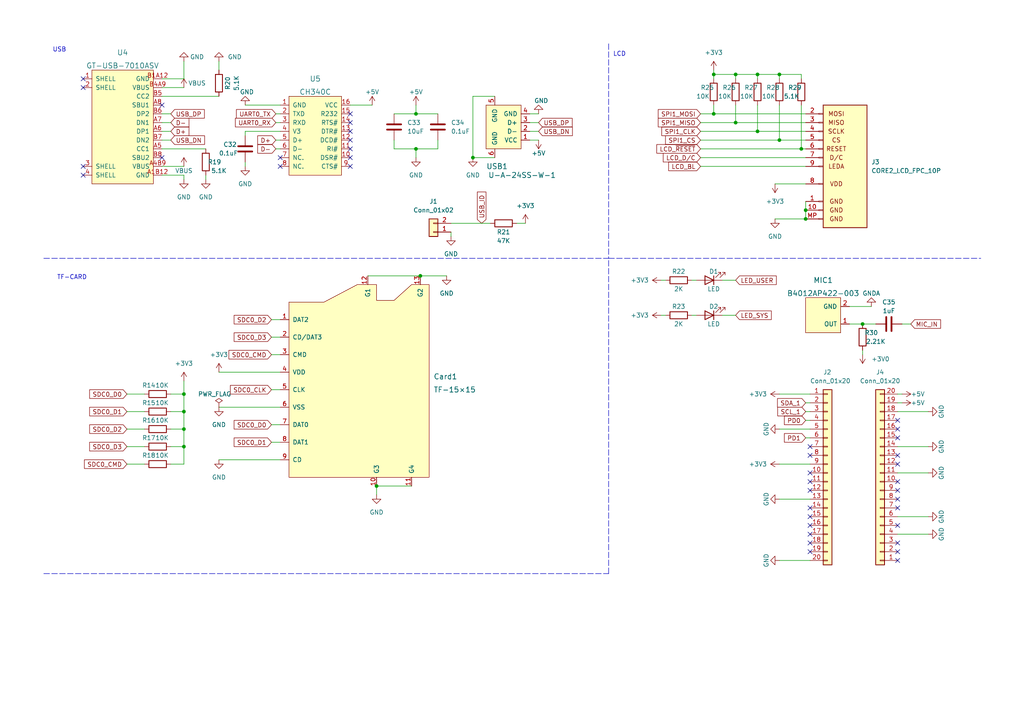
<source format=kicad_sch>
(kicad_sch (version 20211123) (generator eeschema)
  (paper "A4")
  (lib_symbols
    (symbol "Connector_Generic:Conn_01x02" (pin_names (offset 1.016) hide)
      (property "Reference" "J" (at 0 2.54 0))
      (property "Value" "Conn_01x02" (at 0 -5.08 0))
      (symbol "Conn_01x02_1_1"
        (rectangle (start -1.27 -2.413) (end 0 -2.667) (stroke (width 0.1524)))
        (rectangle (start -1.27 0.127) (end 0 -0.127) (stroke (width 0.1524)))
        (rectangle (start -1.27 1.27) (end 1.27 -3.81) (stroke (width 0.254)) (fill (type background)))
        (pin passive line (at -5.08 0 0) (length 3.81) (name "Pin_1") (number "1"))
        (pin passive line (at -5.08 -2.54 0) (length 3.81) (name "Pin_2") (number "2"))
      )
    )
    (symbol "Connector_Generic:Conn_01x20" (pin_names (offset 1.016) hide)
      (property "Reference" "J" (at 0 25.4 0))
      (property "Value" "Conn_01x20" (at 0 -27.94 0))
      (symbol "Conn_01x20_1_1"
        (rectangle (start -1.27 -25.273) (end 0 -25.527) (stroke (width 0.1524)))
        (rectangle (start -1.27 -22.733) (end 0 -22.987) (stroke (width 0.1524)))
        (rectangle (start -1.27 -20.193) (end 0 -20.447) (stroke (width 0.1524)))
        (rectangle (start -1.27 -17.653) (end 0 -17.907) (stroke (width 0.1524)))
        (rectangle (start -1.27 -15.113) (end 0 -15.367) (stroke (width 0.1524)))
        (rectangle (start -1.27 -12.573) (end 0 -12.827) (stroke (width 0.1524)))
        (rectangle (start -1.27 -10.033) (end 0 -10.287) (stroke (width 0.1524)))
        (rectangle (start -1.27 -7.493) (end 0 -7.747) (stroke (width 0.1524)))
        (rectangle (start -1.27 -4.953) (end 0 -5.207) (stroke (width 0.1524)))
        (rectangle (start -1.27 -2.413) (end 0 -2.667) (stroke (width 0.1524)))
        (rectangle (start -1.27 0.127) (end 0 -0.127) (stroke (width 0.1524)))
        (rectangle (start -1.27 2.667) (end 0 2.413) (stroke (width 0.1524)))
        (rectangle (start -1.27 5.207) (end 0 4.953) (stroke (width 0.1524)))
        (rectangle (start -1.27 7.747) (end 0 7.493) (stroke (width 0.1524)))
        (rectangle (start -1.27 10.287) (end 0 10.033) (stroke (width 0.1524)))
        (rectangle (start -1.27 12.827) (end 0 12.573) (stroke (width 0.1524)))
        (rectangle (start -1.27 15.367) (end 0 15.113) (stroke (width 0.1524)))
        (rectangle (start -1.27 17.907) (end 0 17.653) (stroke (width 0.1524)))
        (rectangle (start -1.27 20.447) (end 0 20.193) (stroke (width 0.1524)))
        (rectangle (start -1.27 22.987) (end 0 22.733) (stroke (width 0.1524)))
        (rectangle (start -1.27 24.13) (end 1.27 -26.67) (stroke (width 0.254)) (fill (type background)))
        (pin passive line (at -5.08 22.86 0) (length 3.81) (name "Pin_1") (number "1"))
        (pin passive line (at -5.08 0 0) (length 3.81) (name "Pin_10") (number "10"))
        (pin passive line (at -5.08 -2.54 0) (length 3.81) (name "Pin_11") (number "11"))
        (pin passive line (at -5.08 -5.08 0) (length 3.81) (name "Pin_12") (number "12"))
        (pin passive line (at -5.08 -7.62 0) (length 3.81) (name "Pin_13") (number "13"))
        (pin passive line (at -5.08 -10.16 0) (length 3.81) (name "Pin_14") (number "14"))
        (pin passive line (at -5.08 -12.7 0) (length 3.81) (name "Pin_15") (number "15"))
        (pin passive line (at -5.08 -15.24 0) (length 3.81) (name "Pin_16") (number "16"))
        (pin passive line (at -5.08 -17.78 0) (length 3.81) (name "Pin_17") (number "17"))
        (pin passive line (at -5.08 -20.32 0) (length 3.81) (name "Pin_18") (number "18"))
        (pin passive line (at -5.08 -22.86 0) (length 3.81) (name "Pin_19") (number "19"))
        (pin passive line (at -5.08 20.32 0) (length 3.81) (name "Pin_2") (number "2"))
        (pin passive line (at -5.08 -25.4 0) (length 3.81) (name "Pin_20") (number "20"))
        (pin passive line (at -5.08 17.78 0) (length 3.81) (name "Pin_3") (number "3"))
        (pin passive line (at -5.08 15.24 0) (length 3.81) (name "Pin_4") (number "4"))
        (pin passive line (at -5.08 12.7 0) (length 3.81) (name "Pin_5") (number "5"))
        (pin passive line (at -5.08 10.16 0) (length 3.81) (name "Pin_6") (number "6"))
        (pin passive line (at -5.08 7.62 0) (length 3.81) (name "Pin_7") (number "7"))
        (pin passive line (at -5.08 5.08 0) (length 3.81) (name "Pin_8") (number "8"))
        (pin passive line (at -5.08 2.54 0) (length 3.81) (name "Pin_9") (number "9"))
      )
    )
    (symbol "Device:C" (pin_numbers hide) (pin_names (offset 0.254))
      (property "Reference" "C" (at 0.635 2.54 0))
      (property "Value" "C" (at 0.635 -2.54 0))
      (symbol "C_0_1"
        (polyline (pts (xy -2.032 -0.762) (xy 2.032 -0.762)) (stroke (width 0.508)))
        (polyline (pts (xy -2.032 0.762) (xy 2.032 0.762)) (stroke (width 0.508)))
      )
      (symbol "C_1_1"
        (pin passive line (at 0 3.81 270) (length 2.794) (name "~") (number "1"))
        (pin passive line (at 0 -3.81 90) (length 2.794) (name "~") (number "2"))
      )
    )
    (symbol "Device:LED" (pin_numbers hide) (pin_names (offset 1.016) hide)
      (property "Reference" "D" (at 0 2.54 0))
      (property "Value" "LED" (at 0 -2.54 0))
      (symbol "LED_0_1"
        (polyline (pts (xy -1.27 -1.27) (xy -1.27 1.27)) (stroke (width 0.254)))
        (polyline (pts (xy -1.27 0) (xy 1.27 0)))
        (polyline (pts (xy 1.27 -1.27) (xy 1.27 1.27) (xy -1.27 0) (xy 1.27 -1.27)) (stroke (width 0.254)))
        (polyline (pts (xy -3.048 -0.762) (xy -4.572 -2.286) (xy -3.81 -2.286) (xy -4.572 -2.286) (xy -4.572 -1.524)))
        (polyline (pts (xy -1.778 -0.762) (xy -3.302 -2.286) (xy -2.54 -2.286) (xy -3.302 -2.286) (xy -3.302 -1.524)))
      )
      (symbol "LED_1_1"
        (pin passive line (at -3.81 0 0) (length 2.54) (name "K") (number "1"))
        (pin passive line (at 3.81 0 180) (length 2.54) (name "A") (number "2"))
      )
    )
    (symbol "Device:R" (pin_numbers hide) (pin_names (offset 0))
      (property "Reference" "R" (at 2.032 0 90))
      (property "Value" "R" (at 0 0 90))
      (symbol "R_0_1"
        (rectangle (start -1.016 -2.54) (end 1.016 2.54) (stroke (width 0.254)))
      )
      (symbol "R_1_1"
        (pin passive line (at 0 3.81 270) (length 1.27) (name "~") (number "1"))
        (pin passive line (at 0 -3.81 90) (length 1.27) (name "~") (number "2"))
      )
    )
    (symbol "easyeda2kicad:B4012AP422-003" (pin_names (offset 1.016))
      (property "Reference" "MIC?" (at 0 0 0))
      (property "Value" "B4012AP422-003" (at 0 -10.16 0))
      (symbol "B4012AP422-003_1_1"
        (rectangle (start -5.08 7.62) (end 5.08 -2.54) (fill (type background)))
        (pin unspecified line (at -2.54 -5.08 90) (length 2.54) (name "OUT") (number "1"))
        (pin unspecified line (at 2.54 -5.08 90) (length 2.54) (name "GND") (number "2"))
      )
    )
    (symbol "easyeda2kicad:CH340C" (pin_names (offset 1.016))
      (property "Reference" "U?" (at 0 13.97 0))
      (property "Value" "CH340C" (at 0 -13.97 0))
      (symbol "CH340C_1_1"
        (rectangle (start -7.62 11.43) (end 7.62 -11.43) (fill (type background)))
        (pin unspecified line (at -10.16 8.89 0) (length 2.54) (name "GND") (number "1"))
        (pin unspecified line (at 10.16 -6.35 180) (length 2.54) (name "DSR#") (number "10"))
        (pin unspecified line (at 10.16 -3.81 180) (length 2.54) (name "RI#") (number "11"))
        (pin unspecified line (at 10.16 -1.27 180) (length 2.54) (name "DCD#") (number "12"))
        (pin unspecified line (at 10.16 1.27 180) (length 2.54) (name "DTR#") (number "13"))
        (pin unspecified line (at 10.16 3.81 180) (length 2.54) (name "RTS#") (number "14"))
        (pin unspecified line (at 10.16 6.35 180) (length 2.54) (name "R232") (number "15"))
        (pin unspecified line (at 10.16 8.89 180) (length 2.54) (name "VCC") (number "16"))
        (pin unspecified line (at -10.16 6.35 0) (length 2.54) (name "TXD") (number "2"))
        (pin unspecified line (at -10.16 3.81 0) (length 2.54) (name "RXD") (number "3"))
        (pin unspecified line (at -10.16 1.27 0) (length 2.54) (name "V3") (number "4"))
        (pin unspecified line (at -10.16 -1.27 0) (length 2.54) (name "D+") (number "5"))
        (pin unspecified line (at -10.16 -3.81 0) (length 2.54) (name "D-") (number "6"))
        (pin unspecified line (at -10.16 -6.35 0) (length 2.54) (name "NC.") (number "7"))
        (pin unspecified line (at -10.16 -8.89 0) (length 2.54) (name "NC.") (number "8"))
        (pin unspecified line (at 10.16 -8.89 180) (length 2.54) (name "CTS#") (number "9"))
      )
    )
    (symbol "easyeda2kicad:GT-USB-7010ASV" (pin_names (offset 1.016))
      (property "Reference" "U?" (at 0 20.32 0))
      (property "Value" "GT-USB-7010ASV" (at 0 -17.78 0))
      (symbol "GT-USB-7010ASV_1_1"
        (rectangle (start -10.16 17.78) (end 7.62 -15.24) (fill (type background)))
        (pin unspecified line (at 10.16 -12.7 180) (length 2.54) (name "SHELL") (number "1"))
        (pin unspecified line (at 10.16 -10.16 180) (length 2.54) (name "SHELL") (number "2"))
        (pin unspecified line (at 10.16 12.7 180) (length 2.54) (name "SHELL") (number "3"))
        (pin unspecified line (at 10.16 15.24 180) (length 2.54) (name "SHELL") (number "4"))
        (pin unspecified line (at -12.7 15.24 0) (length 2.54) (name "GND") (number "A1B12"))
        (pin unspecified line (at -12.7 12.7 0) (length 2.54) (name "VBUS") (number "A4B9"))
        (pin unspecified line (at -12.7 7.62 0) (length 2.54) (name "CC1") (number "A5"))
        (pin unspecified line (at -12.7 2.54 0) (length 2.54) (name "DP1") (number "A6"))
        (pin unspecified line (at -12.7 0 0) (length 2.54) (name "DN1") (number "A7"))
        (pin unspecified line (at -12.7 -5.08 0) (length 2.54) (name "SBU1") (number "A8"))
        (pin unspecified line (at -12.7 -12.7 0) (length 2.54) (name "GND") (number "B1A12"))
        (pin unspecified line (at -12.7 -10.16 0) (length 2.54) (name "VBUS") (number "B4A9"))
        (pin unspecified line (at -12.7 -7.62 0) (length 2.54) (name "CC2") (number "B5"))
        (pin unspecified line (at -12.7 -2.54 0) (length 2.54) (name "DP2") (number "B6"))
        (pin unspecified line (at -12.7 5.08 0) (length 2.54) (name "DN2") (number "B7"))
        (pin unspecified line (at -12.7 10.16 0) (length 2.54) (name "SBU2") (number "B8"))
      )
    )
    (symbol "easyeda2kicad:TF-15×15" (pin_names (offset 1.016))
      (property "Reference" "Card?" (at 0 35.56 0))
      (property "Value" "TF-15×15" (at 0 -35.56 0))
      (symbol "TF-15×15_1_1"
        (polyline (pts (xy -16.51 22.86) (xy -6.35 22.86) (xy 3.302 27.94) (xy 8.89 27.94) (xy 8.89 23.368) (xy 13.97 23.368) (xy 19.05 27.94) (xy 24.13 27.94) (xy 24.13 -27.94) (xy -16.51 -27.94) (xy -16.51 22.86)) (fill (type background)))
        (pin input line (at -19.05 17.78 0) (length 2.54) (name "DAT2") (number "1"))
        (pin input line (at 8.89 -30.48 90) (length 2.54) (name "G3") (number "10"))
        (pin input line (at 19.05 -30.48 90) (length 2.54) (name "G4") (number "11"))
        (pin input line (at 6.35 30.48 270) (length 2.54) (name "G1") (number "12"))
        (pin input line (at 21.59 30.48 270) (length 2.54) (name "G2") (number "13"))
        (pin input line (at -19.05 12.7 0) (length 2.54) (name "CD/DAT3") (number "2"))
        (pin input line (at -19.05 7.62 0) (length 2.54) (name "CMD") (number "3"))
        (pin input line (at -19.05 2.54 0) (length 2.54) (name "VDD") (number "4"))
        (pin input line (at -19.05 -2.54 0) (length 2.54) (name "CLK") (number "5"))
        (pin input line (at -19.05 -7.62 0) (length 2.54) (name "VSS") (number "6"))
        (pin input line (at -19.05 -12.7 0) (length 2.54) (name "DAT0") (number "7"))
        (pin input line (at -19.05 -17.78 0) (length 2.54) (name "DAT1") (number "8"))
        (pin input line (at -19.05 -22.86 0) (length 2.54) (name "CD") (number "9"))
      )
    )
    (symbol "easyeda2kicad:U-A-24SS-W-1" (pin_names (offset 1.016))
      (property "Reference" "USB?" (at 0 15.24 0))
      (property "Value" "U-A-24SS-W-1" (at 0 -12.7 0))
      (symbol "U-A-24SS-W-1_1_1"
        (rectangle (start -7.62 7.62) (end 2.54 -5.08) (fill (type background)))
        (pin unspecified line (at 5.08 -2.54 180) (length 2.54) (name "VCC") (number "1"))
        (pin unspecified line (at 5.08 0 180) (length 2.54) (name "D-") (number "2"))
        (pin unspecified line (at 5.08 2.54 180) (length 2.54) (name "D+") (number "3"))
        (pin unspecified line (at 5.08 5.08 180) (length 2.54) (name "GND") (number "4"))
        (pin unspecified line (at -5.08 10.16 270) (length 2.54) (name "GND") (number "5"))
        (pin unspecified line (at -5.08 -7.62 90) (length 2.54) (name "GND") (number "6"))
      )
    )
    (symbol "my_lib:CORE2_LCD_FPC_10P" (pin_names (offset 1.016) hide)
      (property "Reference" "J4" (at 7.874 0.6351 0))
      (property "Value" "CORE2_LCD_FPC_10P" (at -6.35 -22.7329 0))
      (symbol "CORE2_LCD_FPC_10P_0_0"
        (text "CS" (at -2.54 7.62 0) (effects (font (size 1.27 1.27))))
        (text "D/C" (at -2.54 2.54 0) (effects (font (size 1.27 1.27))))
        (text "GND" (at -2.54 -15.24 0) (effects (font (size 1.27 1.27))))
        (text "GND" (at -2.54 -12.7 0) (effects (font (size 1.27 1.27))))
        (text "GND" (at -2.54 -10.16 0) (effects (font (size 1.27 1.27))))
        (text "LEDA" (at -2.54 0 0) (effects (font (size 1.27 1.27))))
        (text "MISO" (at -2.54 12.7 0) (effects (font (size 1.27 1.27))))
        (text "MOSI" (at -2.54 15.24 0) (effects (font (size 1.27 1.27))))
        (text "RESET" (at -2.54 5.08 0) (effects (font (size 1.27 1.27))))
        (text "SCLK" (at -2.54 10.16 0) (effects (font (size 1.27 1.27))))
        (text "VDD" (at -2.54 -5.08 0) (effects (font (size 1.27 1.27))))
      )
      (symbol "CORE2_LCD_FPC_10P_1_1"
        (rectangle (start -7.62 -15.113) (end -6.35 -15.367) (stroke (width 0.1524)))
        (rectangle (start -7.62 -12.573) (end -6.35 -12.827) (stroke (width 0.1524)))
        (rectangle (start -7.62 -10.033) (end -6.35 -10.287) (stroke (width 0.1524)))
        (rectangle (start -7.62 -4.953) (end -6.35 -5.207) (stroke (width 0.1524)))
        (rectangle (start -7.62 0.127) (end -6.35 -0.127) (stroke (width 0.1524)))
        (rectangle (start -7.62 2.667) (end -6.35 2.413) (stroke (width 0.1524)))
        (rectangle (start -7.62 5.207) (end -6.35 4.953) (stroke (width 0.1524)))
        (rectangle (start -7.62 7.747) (end -6.35 7.493) (stroke (width 0.1524)))
        (rectangle (start -7.62 10.287) (end -6.35 10.033) (stroke (width 0.1524)))
        (rectangle (start -7.62 12.827) (end -6.35 12.573) (stroke (width 0.1524)))
        (rectangle (start -7.62 15.367) (end -6.35 15.113) (stroke (width 0.1524)))
        (rectangle (start -6.35 17.78) (end 6.35 -17.78) (stroke (width 0.254)) (fill (type background)))
        (pin passive line (at -11.43 -10.16 0) (length 3.81) (name "Pin_1") (number "1"))
        (pin passive line (at -11.43 -12.7 0) (length 3.81) (name "Pin_10") (number "10"))
        (pin passive line (at -11.43 15.24 0) (length 3.81) (name "Pin_2") (number "2"))
        (pin passive line (at -11.43 12.7 0) (length 3.81) (name "Pin_3") (number "3"))
        (pin passive line (at -11.43 10.16 0) (length 3.81) (name "Pin_4") (number "4"))
        (pin passive line (at -11.43 7.62 0) (length 3.81) (name "Pin_5") (number "5"))
        (pin passive line (at -11.43 5.08 0) (length 3.81) (name "Pin_6") (number "6"))
        (pin passive line (at -11.43 2.54 0) (length 3.81) (name "Pin_7") (number "7"))
        (pin passive line (at -11.43 -5.08 0) (length 3.81) (name "Pin_8") (number "8"))
        (pin passive line (at -11.43 0 0) (length 3.81) (name "Pin_9") (number "9"))
        (pin passive line (at -11.43 -15.24 0) (length 3.81) (name "Pin_10") (number "MP"))
      )
    )
    (symbol "power:+3.3V" (power) (pin_names (offset 0))
      (property "Value" "+3.3V" (at 0 3.556 0))
      (symbol "+3.3V_0_1"
        (polyline (pts (xy -0.762 1.27) (xy 0 2.54)))
        (polyline (pts (xy 0 0) (xy 0 2.54)))
        (polyline (pts (xy 0 2.54) (xy 0.762 1.27)))
      )
      (symbol "+3.3V_1_1"
        (pin power_in line (at 0 0 90) (length 0) hide (name "+3V3") (number "1"))
      )
    )
    (symbol "power:+3V0" (power) (pin_names (offset 0))
      (property "Value" "+3V0" (at 0 3.556 0))
      (symbol "+3V0_0_1"
        (polyline (pts (xy -0.762 1.27) (xy 0 2.54)))
        (polyline (pts (xy 0 0) (xy 0 2.54)))
        (polyline (pts (xy 0 2.54) (xy 0.762 1.27)))
      )
      (symbol "+3V0_1_1"
        (pin power_in line (at 0 0 90) (length 0) hide (name "+3V0") (number "1"))
      )
    )
    (symbol "power:+3V3" (power) (pin_names (offset 0))
      (property "Value" "+3V3" (at 0 3.556 0))
      (symbol "+3V3_0_1"
        (polyline (pts (xy -0.762 1.27) (xy 0 2.54)))
        (polyline (pts (xy 0 0) (xy 0 2.54)))
        (polyline (pts (xy 0 2.54) (xy 0.762 1.27)))
      )
      (symbol "+3V3_1_1"
        (pin power_in line (at 0 0 90) (length 0) hide (name "+3V3") (number "1"))
      )
    )
    (symbol "power:+5V" (power) (pin_names (offset 0))
      (property "Value" "+5V" (at 0 3.556 0))
      (symbol "+5V_0_1"
        (polyline (pts (xy -0.762 1.27) (xy 0 2.54)))
        (polyline (pts (xy 0 0) (xy 0 2.54)))
        (polyline (pts (xy 0 2.54) (xy 0.762 1.27)))
      )
      (symbol "+5V_1_1"
        (pin power_in line (at 0 0 90) (length 0) hide (name "+5V") (number "1"))
      )
    )
    (symbol "power:GND" (power) (pin_names (offset 0))
      (property "Value" "GND" (at 0 -3.81 0))
      (symbol "GND_0_1"
        (polyline (pts (xy 0 0) (xy 0 -1.27) (xy 1.27 -1.27) (xy 0 -2.54) (xy -1.27 -1.27) (xy 0 -1.27)))
      )
      (symbol "GND_1_1"
        (pin power_in line (at 0 0 270) (length 0) hide (name "GND") (number "1"))
      )
    )
    (symbol "power:GNDA" (power) (pin_names (offset 0))
      (property "Value" "GNDA" (at 0 -3.81 0))
      (symbol "GNDA_0_1"
        (polyline (pts (xy 0 0) (xy 0 -1.27) (xy 1.27 -1.27) (xy 0 -2.54) (xy -1.27 -1.27) (xy 0 -1.27)))
      )
      (symbol "GNDA_1_1"
        (pin power_in line (at 0 0 270) (length 0) hide (name "GNDA") (number "1"))
      )
    )
    (symbol "power:PWR_FLAG" (power) (pin_numbers hide) (pin_names (offset 0) hide)
      (property "Value" "PWR_FLAG" (at 0 3.81 0))
      (symbol "PWR_FLAG_0_0"
        (pin power_out line (at 0 0 90) (length 0) (name "pwr") (number "1"))
      )
      (symbol "PWR_FLAG_0_1"
        (polyline (pts (xy 0 0) (xy 0 1.27) (xy -1.016 1.905) (xy 0 2.54) (xy 1.016 1.905) (xy 0 1.27)))
      )
    )
    (symbol "power:VBUS" (power) (pin_names (offset 0))
      (property "Value" "VBUS" (at 0 3.81 0))
      (symbol "VBUS_0_1"
        (polyline (pts (xy -0.762 1.27) (xy 0 2.54)))
        (polyline (pts (xy 0 0) (xy 0 2.54)))
        (polyline (pts (xy 0 2.54) (xy 0.762 1.27)))
      )
      (symbol "VBUS_1_1"
        (pin power_in line (at 0 0 90) (length 0) hide (name "VBUS") (number "1"))
      )
    )
  )
  (junction (at 120.65 43.18))
  (junction (at 219.71 21.59))
  (junction (at 219.71 38.1))
  (junction (at 121.92 80.01))
  (junction (at 232.41 43.18))
  (junction (at 233.68 63.5))
  (junction (at 53.34 114.3))
  (junction (at 53.34 119.38))
  (junction (at 53.34 124.46))
  (junction (at 213.36 21.59))
  (junction (at 137.16 45.72))
  (junction (at 53.34 129.54))
  (junction (at 250.19 93.98))
  (junction (at 207.01 33.02))
  (junction (at 213.36 35.56))
  (junction (at 207.01 21.59))
  (junction (at 120.65 33.02))
  (junction (at 109.22 140.97))
  (junction (at 233.68 60.96))
  (junction (at 226.06 21.59))
  (junction (at 226.06 40.64))
  (no_connect (at 260.35 124.46))
  (no_connect (at 234.95 142.24))
  (no_connect (at 234.95 139.7))
  (no_connect (at 234.95 137.16))
  (no_connect (at 260.35 142.24))
  (no_connect (at 260.35 144.78))
  (no_connect (at 260.35 147.32))
  (no_connect (at 234.95 147.32))
  (no_connect (at 46.99 45.72))
  (no_connect (at 101.6 43.18))
  (no_connect (at 101.6 40.64))
  (no_connect (at 101.6 33.02))
  (no_connect (at 101.6 45.72))
  (no_connect (at 24.13 25.4))
  (no_connect (at 81.28 45.72))
  (no_connect (at 46.99 30.48))
  (no_connect (at 24.13 22.86))
  (no_connect (at 260.35 127))
  (no_connect (at 260.35 157.48))
  (no_connect (at 260.35 152.4))
  (no_connect (at 260.35 139.7))
  (no_connect (at 260.35 134.62))
  (no_connect (at 260.35 132.08))
  (no_connect (at 234.95 129.54))
  (no_connect (at 234.95 132.08))
  (no_connect (at 234.95 157.48))
  (no_connect (at 234.95 160.02))
  (no_connect (at 260.35 162.56))
  (no_connect (at 260.35 160.02))
  (no_connect (at 234.95 149.86))
  (no_connect (at 234.95 152.4))
  (no_connect (at 234.95 154.94))
  (no_connect (at 101.6 38.1))
  (no_connect (at 101.6 35.56))
  (no_connect (at 101.6 48.26))
  (no_connect (at 260.35 121.92))
  (no_connect (at 24.13 50.8))
  (no_connect (at 81.28 48.26))
  (no_connect (at 24.13 48.26))
  (wire (pts (xy 53.34 129.54) (xy 49.53 129.54)))
  (wire (pts (xy 80.01 33.02) (xy 81.28 33.02)))
  (wire (pts (xy 232.41 30.48) (xy 232.41 43.18)))
  (wire (pts (xy 53.34 124.46) (xy 53.34 129.54)))
  (wire (pts (xy 137.16 27.94) (xy 137.16 45.72)))
  (wire (pts (xy 203.2 43.18) (xy 232.41 43.18)))
  (wire (pts (xy 226.06 124.46) (xy 234.95 124.46)))
  (wire (pts (xy 246.38 93.98) (xy 250.19 93.98)))
  (wire (pts (xy 219.71 30.48) (xy 219.71 38.1)))
  (wire (pts (xy 114.3 40.64) (xy 114.3 43.18)))
  (wire (pts (xy 53.34 129.54) (xy 53.34 134.62)))
  (wire (pts (xy 233.68 58.42) (xy 233.68 60.96)))
  (wire (pts (xy 63.5 133.35) (xy 81.28 133.35)))
  (wire (pts (xy 71.12 38.1) (xy 71.12 39.37)))
  (wire (pts (xy 213.36 21.59) (xy 207.01 21.59)))
  (polyline (pts (xy 12.7 74.93) (xy 176.53 74.93)))
  (wire (pts (xy 224.79 63.5) (xy 233.68 63.5)))
  (wire (pts (xy 46.99 35.56) (xy 49.53 35.56)))
  (wire (pts (xy 78.74 123.19) (xy 81.28 123.19)))
  (wire (pts (xy 46.99 43.18) (xy 59.69 43.18)))
  (wire (pts (xy 219.71 21.59) (xy 213.36 21.59)))
  (wire (pts (xy 203.2 45.72) (xy 233.68 45.72)))
  (wire (pts (xy 233.68 60.96) (xy 233.68 63.5)))
  (wire (pts (xy 226.06 144.78) (xy 234.95 144.78)))
  (wire (pts (xy 63.5 118.11) (xy 81.28 118.11)))
  (wire (pts (xy 46.99 40.64) (xy 49.53 40.64)))
  (wire (pts (xy 153.67 35.56) (xy 156.21 35.56)))
  (wire (pts (xy 71.12 30.48) (xy 81.28 30.48)))
  (polyline (pts (xy 176.53 166.37) (xy 176.53 74.93)))
  (wire (pts (xy 207.01 30.48) (xy 207.01 33.02)))
  (wire (pts (xy 71.12 48.26) (xy 71.12 46.99)))
  (wire (pts (xy 78.74 102.87) (xy 81.28 102.87)))
  (wire (pts (xy 53.34 114.3) (xy 53.34 119.38)))
  (wire (pts (xy 80.01 40.64) (xy 81.28 40.64)))
  (wire (pts (xy 207.01 21.59) (xy 207.01 20.32)))
  (wire (pts (xy 80.01 43.18) (xy 81.28 43.18)))
  (wire (pts (xy 114.3 43.18) (xy 120.65 43.18)))
  (wire (pts (xy 153.67 38.1) (xy 156.21 38.1)))
  (wire (pts (xy 101.6 30.48) (xy 107.95 30.48)))
  (wire (pts (xy 203.2 35.56) (xy 213.36 35.56)))
  (wire (pts (xy 53.34 124.46) (xy 49.53 124.46)))
  (wire (pts (xy 191.77 81.28) (xy 193.04 81.28)))
  (wire (pts (xy 233.68 127) (xy 234.95 127)))
  (wire (pts (xy 53.34 119.38) (xy 53.34 124.46)))
  (wire (pts (xy 233.68 119.38) (xy 234.95 119.38)))
  (wire (pts (xy 46.99 50.8) (xy 53.34 50.8)))
  (wire (pts (xy 53.34 134.62) (xy 49.53 134.62)))
  (wire (pts (xy 226.06 114.3) (xy 234.95 114.3)))
  (wire (pts (xy 269.24 149.86) (xy 260.35 149.86)))
  (wire (pts (xy 261.62 93.98) (xy 264.16 93.98)))
  (wire (pts (xy 53.34 119.38) (xy 49.53 119.38)))
  (wire (pts (xy 80.01 35.56) (xy 81.28 35.56)))
  (wire (pts (xy 120.65 33.02) (xy 120.65 30.48)))
  (wire (pts (xy 36.83 134.62) (xy 41.91 134.62)))
  (wire (pts (xy 191.77 91.44) (xy 193.04 91.44)))
  (wire (pts (xy 226.06 162.56) (xy 234.95 162.56)))
  (wire (pts (xy 127 40.64) (xy 127 43.18)))
  (wire (pts (xy 269.24 154.94) (xy 260.35 154.94)))
  (wire (pts (xy 207.01 33.02) (xy 233.68 33.02)))
  (wire (pts (xy 36.83 119.38) (xy 41.91 119.38)))
  (wire (pts (xy 232.41 43.18) (xy 233.68 43.18)))
  (wire (pts (xy 63.5 17.78) (xy 63.5 20.32)))
  (wire (pts (xy 219.71 22.86) (xy 219.71 21.59)))
  (wire (pts (xy 149.86 64.77) (xy 152.4 64.77)))
  (wire (pts (xy 250.19 101.6) (xy 250.19 102.87)))
  (polyline (pts (xy 176.53 74.93) (xy 284.48 74.93)))
  (wire (pts (xy 137.16 45.72) (xy 143.51 45.72)))
  (wire (pts (xy 46.99 27.94) (xy 63.5 27.94)))
  (wire (pts (xy 213.36 30.48) (xy 213.36 35.56)))
  (wire (pts (xy 78.74 97.79) (xy 81.28 97.79)))
  (wire (pts (xy 63.5 107.95) (xy 81.28 107.95)))
  (wire (pts (xy 209.55 81.28) (xy 213.36 81.28)))
  (wire (pts (xy 109.22 140.97) (xy 119.38 140.97)))
  (wire (pts (xy 226.06 40.64) (xy 233.68 40.64)))
  (wire (pts (xy 114.3 33.02) (xy 120.65 33.02)))
  (wire (pts (xy 106.68 80.01) (xy 121.92 80.01)))
  (wire (pts (xy 46.99 48.26) (xy 53.34 48.26)))
  (wire (pts (xy 200.66 81.28) (xy 201.93 81.28)))
  (wire (pts (xy 46.99 25.4) (xy 53.34 25.4)))
  (polyline (pts (xy 176.53 12.7) (xy 176.53 74.93)))
  (wire (pts (xy 224.79 53.34) (xy 233.68 53.34)))
  (wire (pts (xy 250.19 93.98) (xy 254 93.98)))
  (wire (pts (xy 226.06 22.86) (xy 226.06 21.59)))
  (wire (pts (xy 120.65 33.02) (xy 127 33.02)))
  (wire (pts (xy 260.35 114.3) (xy 261.62 114.3)))
  (wire (pts (xy 153.67 40.64) (xy 156.21 40.64)))
  (wire (pts (xy 203.2 48.26) (xy 233.68 48.26)))
  (wire (pts (xy 46.99 38.1) (xy 49.53 38.1)))
  (wire (pts (xy 269.24 137.16) (xy 260.35 137.16)))
  (wire (pts (xy 226.06 21.59) (xy 232.41 21.59)))
  (wire (pts (xy 209.55 91.44) (xy 213.36 91.44)))
  (wire (pts (xy 203.2 33.02) (xy 207.01 33.02)))
  (wire (pts (xy 46.99 22.86) (xy 53.34 22.86)))
  (wire (pts (xy 226.06 134.62) (xy 234.95 134.62)))
  (wire (pts (xy 130.81 67.31) (xy 130.81 68.58)))
  (wire (pts (xy 260.35 116.84) (xy 261.62 116.84)))
  (wire (pts (xy 213.36 22.86) (xy 213.36 21.59)))
  (wire (pts (xy 53.34 114.3) (xy 49.53 114.3)))
  (wire (pts (xy 246.38 88.9) (xy 252.73 88.9)))
  (wire (pts (xy 219.71 38.1) (xy 233.68 38.1)))
  (wire (pts (xy 120.65 45.72) (xy 120.65 43.18)))
  (wire (pts (xy 269.24 119.38) (xy 260.35 119.38)))
  (wire (pts (xy 232.41 21.59) (xy 232.41 22.86)))
  (wire (pts (xy 213.36 35.56) (xy 233.68 35.56)))
  (wire (pts (xy 127 43.18) (xy 120.65 43.18)))
  (wire (pts (xy 36.83 129.54) (xy 41.91 129.54)))
  (wire (pts (xy 53.34 110.49) (xy 53.34 114.3)))
  (wire (pts (xy 36.83 114.3) (xy 41.91 114.3)))
  (wire (pts (xy 203.2 38.1) (xy 219.71 38.1)))
  (wire (pts (xy 233.68 116.84) (xy 234.95 116.84)))
  (wire (pts (xy 121.92 80.01) (xy 129.54 80.01)))
  (wire (pts (xy 226.06 21.59) (xy 219.71 21.59)))
  (wire (pts (xy 78.74 113.03) (xy 81.28 113.03)))
  (wire (pts (xy 153.67 33.02) (xy 156.21 33.02)))
  (wire (pts (xy 46.99 33.02) (xy 49.53 33.02)))
  (wire (pts (xy 109.22 140.97) (xy 109.22 143.51)))
  (wire (pts (xy 78.74 92.71) (xy 81.28 92.71)))
  (wire (pts (xy 269.24 129.54) (xy 260.35 129.54)))
  (wire (pts (xy 59.69 50.8) (xy 59.69 52.07)))
  (polyline (pts (xy 12.7 166.37) (xy 176.53 166.37)))
  (wire (pts (xy 233.68 121.92) (xy 234.95 121.92)))
  (wire (pts (xy 53.34 22.86) (xy 53.34 17.78)))
  (wire (pts (xy 200.66 91.44) (xy 201.93 91.44)))
  (wire (pts (xy 36.83 124.46) (xy 41.91 124.46)))
  (wire (pts (xy 53.34 50.8) (xy 53.34 52.07)))
  (wire (pts (xy 81.28 38.1) (xy 71.12 38.1)))
  (wire (pts (xy 143.51 27.94) (xy 137.16 27.94)))
  (wire (pts (xy 130.81 64.77) (xy 142.24 64.77)))
  (wire (pts (xy 207.01 21.59) (xy 207.01 22.86)))
  (wire (pts (xy 203.2 40.64) (xy 226.06 40.64)))
  (wire (pts (xy 78.74 128.27) (xy 81.28 128.27)))
  (wire (pts (xy 226.06 30.48) (xy 226.06 40.64)))
  (text "LCD" (at 177.8 16.51 0) (effects (font (size 1.27 1.27)) (justify left bottom)))
  (text "TF-CARD" (at 16.51 81.28 0) (effects (font (size 1.27 1.27)) (justify left bottom)))
  (text "USB\n" (at 15.24 15.24 0) (effects (font (size 1.27 1.27)) (justify left bottom)))
  (global_label "SPI1_MISO" (shape input) (at 203.2 35.56 180) (property "Intersheet References" "${INTERSHEET_REFS}" (effects hide)))
  (global_label "SDA_1" (shape input) (at 233.68 116.84 180) (property "插入图纸页参考" "${INTERSHEET_REFS}" (effects hide)))
  (global_label "UART0_RX" (shape input) (at 80.01 35.56 180) (property "Intersheet References" "${INTERSHEET_REFS}" (effects hide)))
  (global_label "SDC0_D3" (shape input) (at 36.83 129.54 180) (property "Intersheet References" "${INTERSHEET_REFS}" (effects hide)))
  (global_label "LED_SYS" (shape input) (at 213.36 91.44 0) (property "Intersheet References" "${INTERSHEET_REFS}" (effects hide)))
  (global_label "SDC0_D2" (shape input) (at 36.83 124.46 180) (property "Intersheet References" "${INTERSHEET_REFS}" (effects hide)))
  (global_label "LCD_BL" (shape input) (at 203.2 48.26 180) (property "Intersheet References" "${INTERSHEET_REFS}" (effects hide)))
  (global_label "D+" (shape input) (at 49.53 38.1 0) (property "Intersheet References" "${INTERSHEET_REFS}" (effects hide)))
  (global_label "LCD_D{slash}C" (shape input) (at 203.2 45.72 180) (property "Intersheet References" "${INTERSHEET_REFS}" (effects hide)))
  (global_label "D+" (shape input) (at 80.01 40.64 180) (property "Intersheet References" "${INTERSHEET_REFS}" (effects hide)))
  (global_label "USB_DP" (shape input) (at 49.53 33.02 0) (property "Intersheet References" "${INTERSHEET_REFS}" (effects hide)))
  (global_label "LCD_~{RESET}" (shape input) (at 203.2 43.18 180) (property "Intersheet References" "${INTERSHEET_REFS}" (effects hide)))
  (global_label "D-" (shape input) (at 49.53 35.56 0) (property "Intersheet References" "${INTERSHEET_REFS}" (effects hide)))
  (global_label "UART0_TX" (shape input) (at 80.01 33.02 180) (property "Intersheet References" "${INTERSHEET_REFS}" (effects hide)))
  (global_label "USB_DP" (shape input) (at 156.21 35.56 0) (property "Intersheet References" "${INTERSHEET_REFS}" (effects hide)))
  (global_label "SDC0_CLK" (shape input) (at 78.74 113.03 180) (property "Intersheet References" "${INTERSHEET_REFS}" (effects hide)))
  (global_label "USB_DN" (shape input) (at 156.21 38.1 0) (property "Intersheet References" "${INTERSHEET_REFS}" (effects hide)))
  (global_label "SCL_1" (shape input) (at 233.68 119.38 180) (property "Intersheet References" "${INTERSHEET_REFS}" (effects hide)))
  (global_label "SDC0_D3" (shape input) (at 78.74 97.79 180) (property "Intersheet References" "${INTERSHEET_REFS}" (effects hide)))
  (global_label "D-" (shape input) (at 80.01 43.18 180) (property "Intersheet References" "${INTERSHEET_REFS}" (effects hide)))
  (global_label "LED_USER" (shape input) (at 213.36 81.28 0) (property "Intersheet References" "${INTERSHEET_REFS}" (effects hide)))
  (global_label "SDC0_D1" (shape input) (at 36.83 119.38 180) (property "Intersheet References" "${INTERSHEET_REFS}" (effects hide)))
  (global_label "SDC0_D0" (shape input) (at 36.83 114.3 180) (property "Intersheet References" "${INTERSHEET_REFS}" (effects hide)))
  (global_label "SDC0_D2" (shape input) (at 78.74 92.71 180) (property "Intersheet References" "${INTERSHEET_REFS}" (effects hide)))
  (global_label "PD1" (shape input) (at 233.68 127 180) (property "Intersheet References" "${INTERSHEET_REFS}" (effects hide)))
  (global_label "USB_ID" (shape input) (at 139.7 64.77 90) (property "Intersheet References" "${INTERSHEET_REFS}" (effects hide)))
  (global_label "MIC_IN" (shape input) (at 264.16 93.98 0) (property "插入图纸页参考" "${INTERSHEET_REFS}" (effects hide)))
  (global_label "SDC0_CMD" (shape input) (at 78.74 102.87 180) (property "Intersheet References" "${INTERSHEET_REFS}" (effects hide)))
  (global_label "SDC0_CMD" (shape input) (at 36.83 134.62 180) (property "Intersheet References" "${INTERSHEET_REFS}" (effects hide)))
  (global_label "SDC0_D0" (shape input) (at 78.74 123.19 180) (property "Intersheet References" "${INTERSHEET_REFS}" (effects hide)))
  (global_label "SPI1_MOSI" (shape input) (at 203.2 33.02 180) (property "插入图纸页参考" "${INTERSHEET_REFS}" (effects hide)))
  (global_label "PD0" (shape input) (at 233.68 121.92 180) (property "Intersheet References" "${INTERSHEET_REFS}" (effects hide)))
  (global_label "USB_DN" (shape input) (at 49.53 40.64 0) (property "Intersheet References" "${INTERSHEET_REFS}" (effects hide)))
  (global_label "SPI1_CS" (shape input) (at 203.2 40.64 180) (property "Intersheet References" "${INTERSHEET_REFS}" (effects hide)))
  (global_label "SDC0_D1" (shape input) (at 78.74 128.27 180) (property "Intersheet References" "${INTERSHEET_REFS}" (effects hide)))
  (global_label "SPI1_CLK" (shape input) (at 203.2 38.1 180) (property "Intersheet References" "${INTERSHEET_REFS}" (effects hide)))
  (symbol (lib_id "Device:C") (at 114.3 36.83 0) (unit 1)
    (property "Reference" "C33" (at 118.11 35.5599 0) (effects (justify left)))
    (property "Value" "10uF" (at 118.11 38.0999 0) (effects (justify left)))
    (property "Footprint" "Capacitor_SMD:C_0402_1005Metric_Pad0.74x0.62mm_HandSolder" (effects hide))
  )
  (symbol (lib_id "easyeda2kicad:GT-USB-7010ASV") (at 34.29 35.56 180) (unit 1)
    (property "Reference" "U4" (at 35.56 15.24 0) (effects (font (size 1.524 1.524))))
    (property "Value" "GT-USB-7010ASV" (at 35.56 19.05 0) (effects (font (size 1.524 1.524))))
    (property "Footprint" "easyeda2kicad:USB-C-SMD_G-SWITCH_GT-USB-7010ASV" (effects hide))
    (property "Manufacturer" "G-Switch(品赞)" (effects hide))
    (property "LCSC Part" "C2988369" (effects hide))
  )
  (symbol (lib_id "Device:C") (at 127 36.83 0) (unit 1)
    (property "Reference" "C34" (at 130.81 35.5599 0) (effects (justify left)))
    (property "Value" "0.1uF" (at 130.81 38.0999 0) (effects (justify left)))
    (property "Footprint" "Capacitor_SMD:C_0402_1005Metric_Pad0.74x0.62mm_HandSolder" (effects hide))
  )
  (symbol (lib_id "power:+3V0") (at 250.19 102.87 180) (unit 1)
    (property "Reference" "#PWR089" (effects hide))
    (property "Value" "+3V0" (at 252.73 104.1399 0) (effects (justify right)))
  )
  (symbol (lib_id "my_lib:CORE2_LCD_FPC_10P") (at 245.11 48.26 0) (unit 1)
    (property "Reference" "J3" (at 252.73 46.9899 0) (effects (justify left)))
    (property "Value" "CORE2_LCD_FPC_10P" (at 252.73 49.5299 0) (effects (justify left)))
    (property "Footprint" "my_lib:TE_1-1734839-0_1x10-1MP_P0.5mm_Horizontal" (effects hide))
  )
  (symbol (lib_id "Device:C") (at 257.81 93.98 90) (unit 1)
    (property "Reference" "C35" (at 257.81 87.63 90))
    (property "Value" "1uF" (at 257.81 90.17 90))
    (property "Footprint" "Capacitor_SMD:C_0402_1005Metric_Pad0.74x0.62mm_HandSolder" (effects hide))
  )
  (symbol (lib_id "power:GND") (at 156.21 33.02 180) (unit 1)
    (property "Reference" "#PWR075" (effects hide))
    (property "Value" "GND" (at 154.94 29.21 0) (effects (justify right)))
  )
  (symbol (lib_id "power:+3.3V") (at 191.77 81.28 90) (unit 1)
    (property "Reference" "#PWR077" (effects hide))
    (property "Value" "+3.3V" (at 182.88 81.28 90) (effects (justify right)))
  )
  (symbol (lib_id "Device:R") (at 226.06 26.67 0) (unit 1)
    (property "Reference" "R28" (at 222.25 25.4 0) (effects (justify left)))
    (property "Value" "10K" (at 220.98 27.94 0) (effects (justify left)))
    (property "Footprint" "Resistor_SMD:R_0402_1005Metric_Pad0.72x0.64mm_HandSolder" (effects hide))
  )
  (symbol (lib_id "power:GND") (at 269.24 149.86 90) (unit 1)
    (property "Reference" "#PWR096" (effects hide))
    (property "Value" "GND" (at 273.05 149.86 0))
  )
  (symbol (lib_id "Device:LED") (at 205.74 91.44 180) (unit 1)
    (property "Reference" "D2" (at 207.01 88.9 0))
    (property "Value" "LED" (at 207.01 93.98 0))
    (property "Footprint" "LED_SMD:LED_0402_1005Metric_Pad0.77x0.64mm_HandSolder" (effects hide))
  )
  (symbol (lib_id "Connector_Generic:Conn_01x20") (at 240.03 137.16 0) (unit 1)
    (property "Reference" "J2" (at 238.76 107.95 0) (effects (justify left)))
    (property "Value" "Conn_01x20" (at 234.95 110.49 0) (effects (justify left)))
    (property "Footprint" "Connector_PinHeader_2.54mm:PinHeader_1x20_P2.54mm_Vertical" (effects hide))
  )
  (symbol (lib_id "Device:R") (at 45.72 119.38 90) (unit 1)
    (property "Reference" "R15" (at 43.18 116.84 90))
    (property "Value" "10K" (at 46.99 116.84 90))
    (property "Footprint" "Resistor_SMD:R_0402_1005Metric_Pad0.72x0.64mm_HandSolder" (effects hide))
  )
  (symbol (lib_id "power:+5V") (at 261.62 114.3 270) (unit 1)
    (property "Reference" "#PWR091" (effects hide))
    (property "Value" "+5V" (at 264.16 114.3 90) (effects (justify left)))
  )
  (symbol (lib_id "power:GND") (at 269.24 119.38 90) (unit 1)
    (property "Reference" "#PWR093" (effects hide))
    (property "Value" "GND" (at 273.05 119.38 0))
  )
  (symbol (lib_id "power:+5V") (at 107.95 30.48 0) (unit 1)
    (property "Reference" "#PWR067" (effects hide))
    (property "Value" "+5V" (at 107.95 26.67 0))
  )
  (symbol (lib_id "Device:R") (at 232.41 26.67 0) (unit 1)
    (property "Reference" "R29" (at 228.6 25.4 0) (effects (justify left)))
    (property "Value" "5.1K" (at 227.33 27.94 0) (effects (justify left)))
    (property "Footprint" "Resistor_SMD:R_0402_1005Metric_Pad0.72x0.64mm_HandSolder" (effects hide))
  )
  (symbol (lib_id "power:GND") (at 63.5 133.35 0) (unit 1)
    (property "Reference" "#PWR064" (effects hide))
    (property "Value" "GND" (at 63.5 138.43 0))
  )
  (symbol (lib_id "power:GND") (at 269.24 154.94 90) (unit 1)
    (property "Reference" "#PWR097" (effects hide))
    (property "Value" "GND" (at 273.05 154.94 0))
  )
  (symbol (lib_id "Device:R") (at 63.5 24.13 180) (unit 1)
    (property "Reference" "R20" (at 66.04 24.13 90))
    (property "Value" "5.1K" (at 68.58 24.13 90))
    (property "Footprint" "Resistor_SMD:R_0402_1005Metric_Pad0.72x0.64mm_HandSolder" (effects hide))
  )
  (symbol (lib_id "power:GND") (at 71.12 48.26 0) (unit 1)
    (property "Reference" "#PWR066" (effects hide))
    (property "Value" "GND" (at 71.12 53.34 0))
  )
  (symbol (lib_id "power:GND") (at 226.06 162.56 270) (unit 1)
    (property "Reference" "#PWR088" (effects hide))
    (property "Value" "GND" (at 222.25 162.56 0))
  )
  (symbol (lib_id "power:+5V") (at 156.21 40.64 180) (unit 1)
    (property "Reference" "#PWR076" (effects hide))
    (property "Value" "+5V" (at 156.21 44.45 0))
  )
  (symbol (lib_id "Connector_Generic:Conn_01x02") (at 125.73 67.31 180) (unit 1)
    (property "Reference" "J1" (at 125.73 58.42 0))
    (property "Value" "Conn_01x02" (at 125.73 60.96 0))
    (property "Footprint" "Connector_PinHeader_2.54mm:PinHeader_1x02_P2.54mm_Vertical" (effects hide))
  )
  (symbol (lib_id "power:GND") (at 53.34 52.07 0) (unit 1)
    (property "Reference" "#PWR058" (effects hide))
    (property "Value" "GND" (at 53.34 57.15 0))
  )
  (symbol (lib_id "power:GND") (at 137.16 45.72 0) (unit 1)
    (property "Reference" "#PWR073" (effects hide))
    (property "Value" "GND" (at 137.16 50.8 0))
  )
  (symbol (lib_id "Device:LED") (at 205.74 81.28 180) (unit 1)
    (property "Reference" "D1" (at 207.01 78.74 0))
    (property "Value" "LED" (at 207.01 83.82 0))
    (property "Footprint" "LED_SMD:LED_0402_1005Metric_Pad0.77x0.64mm_HandSolder" (effects hide))
  )
  (symbol (lib_id "Device:R") (at 45.72 124.46 90) (unit 1)
    (property "Reference" "R16" (at 43.18 121.92 90))
    (property "Value" "10K" (at 46.99 121.92 90))
    (property "Footprint" "Resistor_SMD:R_0402_1005Metric_Pad0.72x0.64mm_HandSolder" (effects hide))
  )
  (symbol (lib_id "power:GND") (at 53.34 17.78 180) (unit 1)
    (property "Reference" "#PWR055" (effects hide))
    (property "Value" "GND" (at 57.15 16.51 0))
  )
  (symbol (lib_id "power:VBUS") (at 53.34 25.4 0) (unit 1)
    (property "Reference" "#PWR056" (effects hide))
    (property "Value" "VBUS" (at 57.15 24.13 0))
  )
  (symbol (lib_id "power:+3.3V") (at 191.77 91.44 90) (unit 1)
    (property "Reference" "#PWR078" (effects hide))
    (property "Value" "+3.3V" (at 182.88 91.44 90) (effects (justify right)))
  )
  (symbol (lib_id "power:GND") (at 129.54 80.01 0) (unit 1)
    (property "Reference" "#PWR071" (effects hide))
    (property "Value" "GND" (at 129.54 85.09 0))
  )
  (symbol (lib_id "easyeda2kicad:U-A-24SS-W-1") (at 148.59 38.1 0) (unit 1)
    (property "Reference" "USB1" (at 147.32 48.26 0) (effects (font (size 1.524 1.524)) (justify right)))
    (property "Value" "U-A-24SS-W-1" (at 161.29 50.8 0) (effects (font (size 1.524 1.524)) (justify right)))
    (property "Footprint" "easyeda2kicad:USB-A-SMD_U-A-24SS-W-1" (effects hide))
    (property "Datasheet" "https://lcsc.com/product-detail/Others_Korean-Hroparts-Elec-U-A-24SS-W-1_C283549.html" (effects hide))
    (property "Manufacturer" "Korean Hroparts Elec" (effects hide))
    (property "LCSC Part" "C283549" (effects hide))
    (property "JLC Part" "Extended Part" (effects hide))
  )
  (symbol (lib_id "Device:R") (at 250.19 97.79 0) (unit 1)
    (property "Reference" "R30" (at 252.73 96.52 0))
    (property "Value" "2.21K" (at 254 99.06 0))
    (property "Footprint" "Resistor_SMD:R_0402_1005Metric_Pad0.72x0.64mm_HandSolder" (effects hide))
  )
  (symbol (lib_id "power:GNDA") (at 252.73 88.9 180) (unit 1)
    (property "Reference" "#PWR090" (effects hide))
    (property "Value" "GNDA" (at 252.73 85.09 0))
  )
  (symbol (lib_id "Device:R") (at 196.85 91.44 270) (unit 1)
    (property "Reference" "R23" (at 196.85 88.9 90))
    (property "Value" "2K" (at 196.85 93.98 90))
    (property "Footprint" "Resistor_SMD:R_0402_1005Metric_Pad0.72x0.64mm_HandSolder" (effects hide))
  )
  (symbol (lib_id "Device:R") (at 196.85 81.28 270) (unit 1)
    (property "Reference" "R22" (at 196.85 78.74 90))
    (property "Value" "2K" (at 196.85 83.82 90))
    (property "Footprint" "Resistor_SMD:R_0402_1005Metric_Pad0.72x0.64mm_HandSolder" (effects hide))
  )
  (symbol (lib_id "power:VBUS") (at 53.34 48.26 0) (unit 1)
    (property "Reference" "#PWR057" (effects hide))
    (property "Value" "VBUS" (at 53.34 49.53 0))
  )
  (symbol (lib_id "Device:C") (at 71.12 43.18 0) (unit 1)
    (property "Reference" "C32" (at 64.77 41.91 0) (effects (justify left)))
    (property "Value" "0.1uF" (at 63.5 44.45 0) (effects (justify left)))
    (property "Footprint" "Capacitor_SMD:C_0402_1005Metric_Pad0.74x0.62mm_HandSolder" (effects hide))
  )
  (symbol (lib_id "power:+3V3") (at 152.4 64.77 0) (unit 1)
    (property "Reference" "#PWR074" (effects hide))
    (property "Value" "+3V3" (at 152.4 59.69 0))
  )
  (symbol (lib_id "power:GND") (at 224.79 63.5 0) (unit 1)
    (property "Reference" "#PWR083" (effects hide))
    (property "Value" "GND" (at 224.79 68.58 0))
  )
  (symbol (lib_id "power:+3.3V") (at 226.06 134.62 90) (unit 1)
    (property "Reference" "#PWR086" (effects hide))
    (property "Value" "+3.3V" (at 217.17 134.62 90) (effects (justify right)))
  )
  (symbol (lib_id "easyeda2kicad:B4012AP422-003") (at 241.3 91.44 90) (unit 1)
    (property "Reference" "MIC1" (at 238.76 81.28 90) (effects (font (size 1.524 1.524))))
    (property "Value" "B4012AP422-003" (at 238.76 85.09 90) (effects (font (size 1.524 1.524))))
    (property "Footprint" "easyeda2kicad:MIC-TH_BD4.0-P1.40-D0.3-L" (effects hide))
    (property "Datasheet" "https://lcsc.com/product-detail/Electret-Condenser-Microphone_Goertek-B4012AP422-003_C233791.html" (effects hide))
    (property "Manufacturer" "Goertek" (effects hide))
    (property "LCSC Part" "C233791" (effects hide))
    (property "JLC Part" "Extended Part" (effects hide))
  )
  (symbol (lib_id "power:GND") (at 130.81 68.58 0) (unit 1)
    (property "Reference" "#PWR072" (effects hide))
    (property "Value" "GND" (at 130.81 73.66 0))
  )
  (symbol (lib_id "power:+5V") (at 261.62 116.84 270) (unit 1)
    (property "Reference" "#PWR092" (effects hide))
    (property "Value" "+5V" (at 264.16 116.84 90) (effects (justify left)))
  )
  (symbol (lib_id "power:PWR_FLAG") (at 63.5 118.11 0) (unit 1)
    (property "Reference" "#FLG0105" (effects hide))
    (property "Value" "PWR_FLAG" (at 62.23 114.3 0))
  )
  (symbol (lib_id "power:GND") (at 269.24 129.54 90) (unit 1)
    (property "Reference" "#PWR094" (effects hide))
    (property "Value" "GND" (at 273.05 129.54 0))
  )
  (symbol (lib_id "easyeda2kicad:CH340C") (at 91.44 39.37 0) (unit 1)
    (property "Reference" "U5" (at 91.44 22.86 0) (effects (font (size 1.524 1.524))))
    (property "Value" "CH340C" (at 91.44 26.67 0) (effects (font (size 1.524 1.524))))
    (property "Footprint" "easyeda2kicad:SOP-16_L10.0-W3.9-P1.27-LS6.0-BL" (effects hide))
    (property "Datasheet" "https://lcsc.com/product-detail/USB_CH340C_C84681.html" (effects hide))
    (property "Manufacturer" "WCH" (effects hide))
    (property "LCSC Part" "C84681" (effects hide))
    (property "JLC Part" "Extended Part" (effects hide))
  )
  (symbol (lib_id "Device:R") (at 45.72 129.54 90) (unit 1)
    (property "Reference" "R17" (at 43.18 127 90))
    (property "Value" "10K" (at 46.99 127 90))
    (property "Footprint" "Resistor_SMD:R_0402_1005Metric_Pad0.72x0.64mm_HandSolder" (effects hide))
  )
  (symbol (lib_id "Device:R") (at 207.01 26.67 0) (unit 1)
    (property "Reference" "R25" (at 203.2 25.4 0) (effects (justify left)))
    (property "Value" "10K" (at 201.93 27.94 0) (effects (justify left)))
    (property "Footprint" "Resistor_SMD:R_0402_1005Metric_Pad0.72x0.64mm_HandSolder" (effects hide))
  )
  (symbol (lib_id "power:+3V3") (at 53.34 110.49 0) (unit 1)
    (property "Reference" "#PWR059" (effects hide))
    (property "Value" "+3V3" (at 53.34 105.41 0))
  )
  (symbol (lib_id "power:GND") (at 63.5 118.11 0) (unit 1)
    (property "Reference" "#PWR063" (effects hide))
    (property "Value" "GND" (at 63.5 123.19 0))
  )
  (symbol (lib_id "Device:R") (at 59.69 46.99 180) (unit 1)
    (property "Reference" "R19" (at 62.23 46.99 0))
    (property "Value" "5.1K" (at 63.5 49.53 0))
    (property "Footprint" "Resistor_SMD:R_0402_1005Metric_Pad0.72x0.64mm_HandSolder" (effects hide))
  )
  (symbol (lib_id "power:+3V3") (at 63.5 107.95 0) (unit 1)
    (property "Reference" "#PWR062" (effects hide))
    (property "Value" "+3V3" (at 63.5 102.87 0))
  )
  (symbol (lib_id "Device:R") (at 45.72 114.3 90) (unit 1)
    (property "Reference" "R14" (at 43.18 111.76 90))
    (property "Value" "10K" (at 46.99 111.76 90))
    (property "Footprint" "Resistor_SMD:R_0402_1005Metric_Pad0.72x0.64mm_HandSolder" (effects hide))
  )
  (symbol (lib_id "power:GND") (at 59.69 52.07 0) (unit 1)
    (property "Reference" "#PWR060" (effects hide))
    (property "Value" "GND" (at 59.69 57.15 0))
  )
  (symbol (lib_id "power:GND") (at 63.5 17.78 180) (unit 1)
    (property "Reference" "#PWR061" (effects hide))
    (property "Value" "GND" (at 66.04 16.5099 0) (effects (justify right)))
  )
  (symbol (lib_id "easyeda2kicad:TF-15×15") (at 100.33 110.49 0) (unit 1)
    (property "Reference" "Card1" (at 125.73 109.22 0) (effects (font (size 1.524 1.524)) (justify left)))
    (property "Value" "TF-15×15" (at 125.73 113.03 0) (effects (font (size 1.524 1.524)) (justify left)))
    (property "Footprint" "easyeda2kicad:TF-SMD_TF-15-15" (effects hide))
    (property "Datasheet" "https://lcsc.com/product-detail/Card-Sockets_TF-15-15_C111196.html" (effects hide))
    (property "Manufacturer" "SOFNG" (effects hide))
    (property "LCSC Part" "C111196" (effects hide))
    (property "JLC Part" "Extended Part" (effects hide))
  )
  (symbol (lib_id "Device:R") (at 146.05 64.77 90) (unit 1)
    (property "Reference" "R21" (at 146.05 67.31 90))
    (property "Value" "47K" (at 146.05 69.85 90))
    (property "Footprint" "Resistor_SMD:R_0402_1005Metric_Pad0.72x0.64mm_HandSolder" (effects hide))
  )
  (symbol (lib_id "Connector_Generic:Conn_01x20") (at 255.27 139.7 180) (unit 1)
    (property "Reference" "J4" (at 255.27 107.95 0))
    (property "Value" "Conn_01x20" (at 255.27 110.49 0))
    (property "Footprint" "Connector_PinHeader_2.54mm:PinHeader_1x20_P2.54mm_Vertical" (effects hide))
  )
  (symbol (lib_id "power:GND") (at 71.12 30.48 180) (unit 1)
    (property "Reference" "#PWR065" (effects hide))
    (property "Value" "GND" (at 73.66 26.67 0) (effects (justify left)))
  )
  (symbol (lib_id "power:GND") (at 226.06 144.78 270) (unit 1)
    (property "Reference" "#PWR087" (effects hide))
    (property "Value" "GND" (at 222.25 144.78 0))
  )
  (symbol (lib_id "power:GND") (at 109.22 143.51 0) (unit 1)
    (property "Reference" "#PWR068" (effects hide))
    (property "Value" "GND" (at 109.22 148.59 0))
  )
  (symbol (lib_id "power:+3.3V") (at 226.06 114.3 90) (unit 1)
    (property "Reference" "#PWR084" (effects hide))
    (property "Value" "+3.3V" (at 217.17 114.3 90) (effects (justify right)))
  )
  (symbol (lib_id "power:+3.3V") (at 224.79 53.34 180) (unit 1)
    (property "Reference" "#PWR082" (effects hide))
    (property "Value" "+3.3V" (at 224.79 58.42 0))
  )
  (symbol (lib_id "power:GND") (at 269.24 137.16 90) (unit 1)
    (property "Reference" "#PWR095" (effects hide))
    (property "Value" "GND" (at 273.05 137.16 0))
  )
  (symbol (lib_id "power:GND") (at 226.06 124.46 270) (unit 1)
    (property "Reference" "#PWR085" (effects hide))
    (property "Value" "GND" (at 222.25 124.46 0))
  )
  (symbol (lib_id "Device:R") (at 45.72 134.62 90) (unit 1)
    (property "Reference" "R18" (at 43.18 132.08 90))
    (property "Value" "10K" (at 46.99 132.08 90))
    (property "Footprint" "Resistor_SMD:R_0402_1005Metric_Pad0.72x0.64mm_HandSolder" (effects hide))
  )
  (symbol (lib_id "Device:R") (at 219.71 26.67 0) (unit 1)
    (property "Reference" "R27" (at 215.9 25.4 0) (effects (justify left)))
    (property "Value" "10K" (at 214.63 27.94 0) (effects (justify left)))
    (property "Footprint" "Resistor_SMD:R_0402_1005Metric_Pad0.72x0.64mm_HandSolder" (effects hide))
  )
  (symbol (lib_id "power:+5V") (at 120.65 30.48 0) (unit 1)
    (property "Reference" "#PWR069" (effects hide))
    (property "Value" "+5V" (at 120.65 26.67 0))
  )
  (symbol (lib_id "power:GND") (at 120.65 45.72 0) (unit 1)
    (property "Reference" "#PWR070" (effects hide))
    (property "Value" "GND" (at 120.65 50.8 0))
  )
  (symbol (lib_id "Device:R") (at 213.36 26.67 0) (unit 1)
    (property "Reference" "R26" (at 209.55 25.4 0) (effects (justify left)))
    (property "Value" "10K" (at 208.28 27.94 0) (effects (justify left)))
    (property "Footprint" "Resistor_SMD:R_0402_1005Metric_Pad0.72x0.64mm_HandSolder" (effects hide))
  )
  (symbol (lib_id "power:+3.3V") (at 207.01 20.32 0) (unit 1)
    (property "Reference" "#PWR080" (effects hide))
    (property "Value" "+3.3V" (at 207.01 15.24 0))
  )
)
</source>
